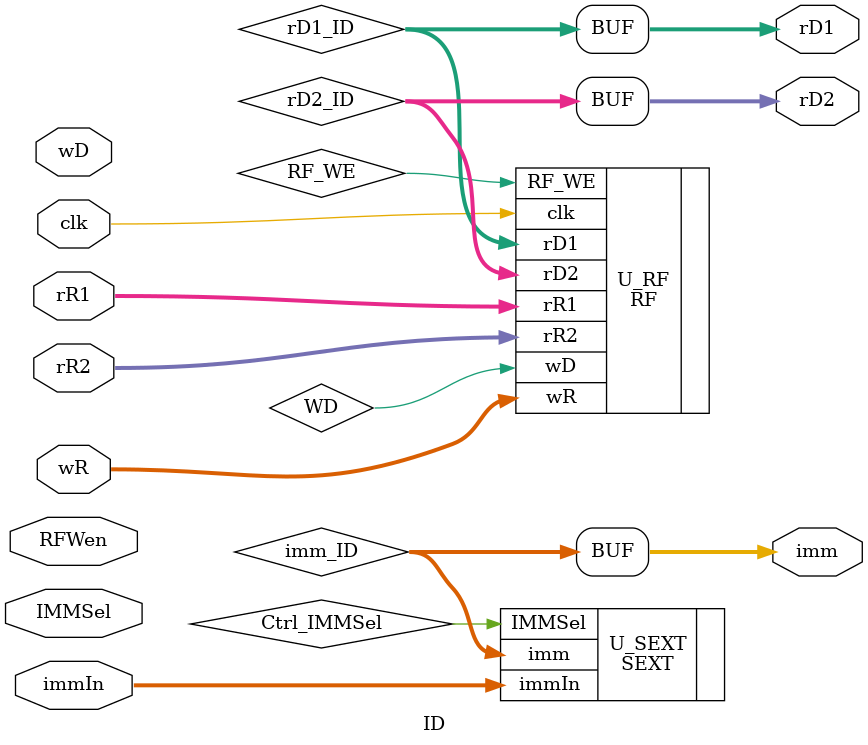
<source format=v>
module ID(
    input  wire        clk,
    input  wire [4:0]  rR1,
    input  wire [4:0]  rR2,
    input  wire [4:0]  wR,
    input  wire [31:0] wD,
    input  wire        RFWen,

    input  wire [31:7] immIn,
    input  wire [3:0]  IMMSel,
    output reg  [31:0] imm,

    output reg  [31:0] rD1,
    output reg  [31:0] rD2
);

    wire [31:0] rD1_ID;
    wire [31:0] rD2_ID;
    wire [31:0] imm_ID;

    assign rD1_ID = rD1;
    assign rD2_ID = rD2;
    assign imm_ID = imm;
    
    RF U_RF(
            .clk(clk),
            .rR1(rR1),
            .rR2(rR2),
            .wR(wR),
            .wD(WD),
            .RF_WE(RF_WE),

            .rD1(rD1_ID),
            .rD2(rD2_ID)
            );      
                          
    SEXT U_SEXT(
            .immIn(immIn),
            .IMMSel(Ctrl_IMMSel),
            .imm(imm_ID)
            );

endmodule
</source>
